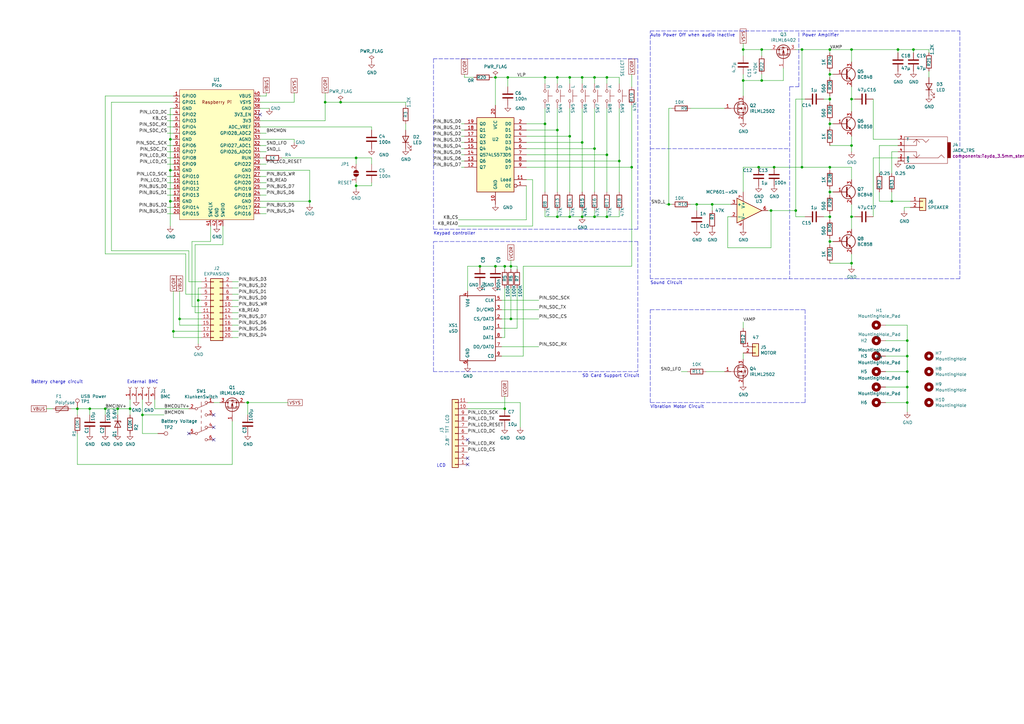
<source format=kicad_sch>
(kicad_sch (version 20211123) (generator eeschema)
  (paper "A3")
  (junction (at 69.85 82.55))
  (junction (at 31.75 167.64))
  (junction (at 328.93 68.58))
  (junction (at 238.76 88.9))
  (junction (at 248.92 31.75))
  (junction (at 48.26 167.64))
  (junction (at 340.36 99.06))
  (junction (at 372.11 146.05))
  (junction (at 71.12 135.89))
  (junction (at 326.39 86.36))
  (junction (at 349.25 59.69))
  (junction (at 203.2 31.75))
  (junction (at 209.55 130.81))
  (junction (at 146.05 64.77))
  (junction (at 81.28 123.19))
  (junction (at 223.52 50.8))
  (junction (at 53.34 167.64))
  (junction (at 304.8 20.32))
  (junction (at 254 66.04))
  (junction (at 209.55 109.22))
  (junction (at 233.68 88.9))
  (junction (at 349.25 88.9))
  (junction (at 340.36 50.8))
  (junction (at 207.01 109.22))
  (junction (at 43.18 167.64))
  (junction (at 243.84 88.9))
  (junction (at 311.15 68.58))
  (junction (at 285.75 83.82))
  (junction (at 316.23 86.36))
  (junction (at 243.84 31.75))
  (junction (at 372.11 139.7))
  (junction (at 248.92 63.5))
  (junction (at 312.42 33.02))
  (junction (at 304.8 33.02))
  (junction (at 340.36 30.48))
  (junction (at 365.76 82.55))
  (junction (at 340.36 88.9))
  (junction (at 328.93 20.32))
  (junction (at 368.3 20.32))
  (junction (at 374.65 20.32))
  (junction (at 372.11 165.1))
  (junction (at 349.25 107.95))
  (junction (at 238.76 31.75))
  (junction (at 69.85 57.15))
  (junction (at 372.11 152.4))
  (junction (at 196.85 109.22))
  (junction (at 101.6 165.1))
  (junction (at 133.35 41.91))
  (junction (at 233.68 31.75))
  (junction (at 248.92 88.9))
  (junction (at 233.68 55.88))
  (junction (at 228.6 53.34))
  (junction (at 223.52 31.75))
  (junction (at 340.36 40.64))
  (junction (at 259.08 68.58))
  (junction (at 372.11 158.75))
  (junction (at 36.83 167.64))
  (junction (at 146.05 76.2))
  (junction (at 317.5 68.58))
  (junction (at 127 82.55))
  (junction (at 139.7 41.91))
  (junction (at 274.32 83.82))
  (junction (at 228.6 88.9))
  (junction (at 58.42 170.18))
  (junction (at 73.66 130.81))
  (junction (at 228.6 31.75))
  (junction (at 340.36 20.32))
  (junction (at 243.84 60.96))
  (junction (at 340.36 78.74))
  (junction (at 340.36 68.58))
  (junction (at 207.01 167.64))
  (junction (at 238.76 58.42))
  (junction (at 349.25 20.32))
  (junction (at 69.85 69.85))
  (junction (at 292.1 83.82))
  (junction (at 203.2 109.22))
  (junction (at 208.28 31.75))
  (junction (at 349.25 40.64))
  (junction (at 312.42 20.32))
  (no_connect (at 106.68 46.99))
  (no_connect (at 191.77 190.5))
  (no_connect (at 87.63 175.26))
  (no_connect (at 87.63 180.34))
  (no_connect (at 77.47 177.8))
  (no_connect (at 87.63 170.18))
  (no_connect (at 191.77 180.34))
  (no_connect (at 191.77 187.96))
  (wire (pts (xy 349.25 93.98) (xy 349.25 88.9)))
  (wire (pts (xy 372.11 158.75) (xy 372.11 165.1)))
  (wire (pts (xy 328.93 68.58) (xy 340.36 68.58)))
  (wire (pts (xy 191.77 109.22) (xy 196.85 109.22)))
  (wire (pts (xy 292.1 86.36) (xy 292.1 83.82)))
  (wire (pts (xy 243.84 88.9) (xy 248.92 88.9)))
  (wire (pts (xy 372.11 152.4) (xy 372.11 158.75)))
  (wire (pts (xy 215.9 55.88) (xy 233.68 55.88)))
  (wire (pts (xy 248.92 31.75) (xy 243.84 31.75)))
  (wire (pts (xy 238.76 86.36) (xy 238.76 88.9)))
  (wire (pts (xy 71.12 135.89) (xy 71.12 138.43)))
  (wire (pts (xy 233.68 86.36) (xy 233.68 88.9)))
  (wire (pts (xy 194.31 31.75) (xy 190.5 31.75)))
  (wire (pts (xy 350.52 40.64) (xy 349.25 40.64)))
  (wire (pts (xy 68.58 49.53) (xy 71.12 49.53)))
  (polyline (pts (xy 330.2 165.1) (xy 266.7 165.1)))
  (wire (pts (xy 283.21 44.45) (xy 297.18 44.45)))
  (wire (pts (xy 71.12 57.15) (xy 69.85 57.15)))
  (wire (pts (xy 238.76 44.45) (xy 238.76 58.42)))
  (wire (pts (xy 340.36 39.37) (xy 340.36 40.64)))
  (polyline (pts (xy 393.7 12.7) (xy 393.7 114.3)))
  (wire (pts (xy 233.68 88.9) (xy 238.76 88.9)))
  (wire (pts (xy 106.68 69.85) (xy 127 69.85)))
  (polyline (pts (xy 177.8 152.4) (xy 177.8 99.06)))
  (wire (pts (xy 363.22 133.35) (xy 372.11 133.35)))
  (wire (pts (xy 304.8 144.78) (xy 304.8 147.32)))
  (wire (pts (xy 69.85 82.55) (xy 71.12 82.55)))
  (wire (pts (xy 213.36 165.1) (xy 213.36 175.26)))
  (wire (pts (xy 127 82.55) (xy 127 83.82)))
  (wire (pts (xy 215.9 53.34) (xy 228.6 53.34)))
  (wire (pts (xy 254 78.74) (xy 254 66.04)))
  (polyline (pts (xy 323.85 35.56) (xy 327.66 35.56)))
  (wire (pts (xy 81.28 118.11) (xy 82.55 118.11)))
  (wire (pts (xy 106.68 82.55) (xy 127 82.55)))
  (wire (pts (xy 238.76 34.29) (xy 238.76 31.75)))
  (wire (pts (xy 95.25 135.89) (xy 97.79 135.89)))
  (wire (pts (xy 233.68 55.88) (xy 233.68 78.74)))
  (wire (pts (xy 97.79 120.65) (xy 95.25 120.65)))
  (polyline (pts (xy 261.62 24.13) (xy 261.62 93.98)))
  (wire (pts (xy 215.9 60.96) (xy 243.84 60.96)))
  (wire (pts (xy 328.93 20.32) (xy 328.93 68.58)))
  (wire (pts (xy 53.34 163.83) (xy 53.34 167.64)))
  (wire (pts (xy 363.22 158.75) (xy 372.11 158.75)))
  (wire (pts (xy 97.79 125.73) (xy 95.25 125.73)))
  (wire (pts (xy 109.22 62.23) (xy 106.68 62.23)))
  (wire (pts (xy 196.85 109.22) (xy 203.2 109.22)))
  (wire (pts (xy 349.25 45.72) (xy 349.25 40.64)))
  (wire (pts (xy 189.23 60.96) (xy 190.5 60.96)))
  (wire (pts (xy 139.7 41.91) (xy 166.37 41.91)))
  (wire (pts (xy 274.32 83.82) (xy 275.59 83.82)))
  (wire (pts (xy 71.12 41.91) (xy 45.72 41.91)))
  (wire (pts (xy 360.68 82.55) (xy 365.76 82.55)))
  (wire (pts (xy 106.68 52.07) (xy 152.4 52.07)))
  (wire (pts (xy 215.9 63.5) (xy 248.92 63.5)))
  (wire (pts (xy 363.22 152.4) (xy 372.11 152.4)))
  (wire (pts (xy 337.82 40.64) (xy 340.36 40.64)))
  (wire (pts (xy 205.74 127) (xy 220.98 127)))
  (wire (pts (xy 254 34.29) (xy 254 31.75)))
  (wire (pts (xy 374.65 20.32) (xy 381 20.32)))
  (polyline (pts (xy 323.85 35.56) (xy 323.85 114.3)))
  (wire (pts (xy 43.18 167.64) (xy 36.83 167.64)))
  (wire (pts (xy 304.8 33.02) (xy 312.42 33.02)))
  (wire (pts (xy 304.8 20.32) (xy 304.8 22.86)))
  (polyline (pts (xy 266.7 127) (xy 330.2 127)))
  (wire (pts (xy 133.35 41.91) (xy 133.35 38.1)))
  (wire (pts (xy 205.74 142.24) (xy 220.98 142.24)))
  (wire (pts (xy 228.6 44.45) (xy 228.6 53.34)))
  (wire (pts (xy 243.84 86.36) (xy 243.84 88.9)))
  (wire (pts (xy 95.25 133.35) (xy 97.79 133.35)))
  (wire (pts (xy 109.22 59.69) (xy 106.68 59.69)))
  (wire (pts (xy 223.52 86.36) (xy 223.52 88.9)))
  (wire (pts (xy 209.55 109.22) (xy 212.09 109.22)))
  (wire (pts (xy 281.94 152.4) (xy 279.4 152.4)))
  (wire (pts (xy 187.96 92.71) (xy 218.44 92.71)))
  (wire (pts (xy 71.12 39.37) (xy 43.18 39.37)))
  (wire (pts (xy 189.23 68.58) (xy 190.5 68.58)))
  (wire (pts (xy 381 21.59) (xy 381 20.32)))
  (wire (pts (xy 243.84 60.96) (xy 243.84 78.74)))
  (wire (pts (xy 218.44 73.66) (xy 215.9 73.66)))
  (wire (pts (xy 326.39 40.64) (xy 330.2 40.64)))
  (wire (pts (xy 166.37 41.91) (xy 166.37 43.18)))
  (wire (pts (xy 209.55 110.49) (xy 209.55 109.22)))
  (wire (pts (xy 289.56 152.4) (xy 297.18 152.4)))
  (wire (pts (xy 127 69.85) (xy 127 82.55)))
  (wire (pts (xy 363.22 139.7) (xy 372.11 139.7)))
  (wire (pts (xy 187.96 90.17) (xy 215.9 90.17)))
  (wire (pts (xy 64.77 177.8) (xy 58.42 177.8)))
  (wire (pts (xy 292.1 83.82) (xy 299.72 83.82)))
  (wire (pts (xy 68.58 87.63) (xy 71.12 87.63)))
  (wire (pts (xy 101.6 165.1) (xy 118.11 165.1)))
  (wire (pts (xy 316.23 86.36) (xy 326.39 86.36)))
  (wire (pts (xy 212.09 118.11) (xy 212.09 134.62)))
  (wire (pts (xy 45.72 102.87) (xy 77.47 102.87)))
  (wire (pts (xy 228.6 86.36) (xy 228.6 88.9)))
  (wire (pts (xy 372.11 146.05) (xy 372.11 152.4)))
  (wire (pts (xy 358.14 88.9) (xy 358.14 64.77)))
  (wire (pts (xy 68.58 74.93) (xy 71.12 74.93)))
  (wire (pts (xy 340.36 69.85) (xy 340.36 68.58)))
  (wire (pts (xy 349.25 88.9) (xy 349.25 83.82)))
  (wire (pts (xy 368.3 62.23) (xy 365.76 62.23)))
  (wire (pts (xy 349.25 59.69) (xy 349.25 62.23)))
  (wire (pts (xy 106.68 39.37) (xy 109.22 39.37)))
  (wire (pts (xy 254 31.75) (xy 248.92 31.75)))
  (wire (pts (xy 340.36 21.59) (xy 340.36 20.32)))
  (wire (pts (xy 73.66 130.81) (xy 82.55 130.81)))
  (wire (pts (xy 109.22 39.37) (xy 109.22 38.1)))
  (wire (pts (xy 68.58 77.47) (xy 71.12 77.47)))
  (wire (pts (xy 78.74 99.06) (xy 78.74 125.73)))
  (wire (pts (xy 189.23 63.5) (xy 190.5 63.5)))
  (wire (pts (xy 215.9 66.04) (xy 254 66.04)))
  (wire (pts (xy 341.63 99.06) (xy 340.36 99.06)))
  (wire (pts (xy 68.58 54.61) (xy 71.12 54.61)))
  (polyline (pts (xy 266.7 12.7) (xy 393.7 12.7)))
  (wire (pts (xy 316.23 86.36) (xy 314.96 86.36)))
  (wire (pts (xy 191.77 119.38) (xy 191.77 109.22)))
  (wire (pts (xy 80.01 128.27) (xy 82.55 128.27)))
  (wire (pts (xy 215.9 50.8) (xy 223.52 50.8)))
  (wire (pts (xy 358.14 64.77) (xy 368.3 64.77)))
  (wire (pts (xy 228.6 88.9) (xy 233.68 88.9)))
  (wire (pts (xy 120.65 41.91) (xy 120.65 38.1)))
  (polyline (pts (xy 266.7 165.1) (xy 266.7 127)))
  (wire (pts (xy 233.68 34.29) (xy 233.68 31.75)))
  (wire (pts (xy 152.4 52.07) (xy 152.4 53.34)))
  (wire (pts (xy 330.2 88.9) (xy 326.39 88.9)))
  (wire (pts (xy 341.63 78.74) (xy 340.36 78.74)))
  (wire (pts (xy 106.68 64.77) (xy 107.95 64.77)))
  (wire (pts (xy 363.22 165.1) (xy 372.11 165.1)))
  (wire (pts (xy 58.42 170.18) (xy 67.31 170.18)))
  (wire (pts (xy 238.76 88.9) (xy 243.84 88.9)))
  (wire (pts (xy 76.2 104.14) (xy 76.2 120.65)))
  (wire (pts (xy 76.2 120.65) (xy 82.55 120.65)))
  (wire (pts (xy 115.57 64.77) (xy 146.05 64.77)))
  (wire (pts (xy 321.31 33.02) (xy 321.31 27.94)))
  (wire (pts (xy 190.5 31.75) (xy 190.5 30.48)))
  (wire (pts (xy 146.05 77.47) (xy 146.05 76.2)))
  (polyline (pts (xy 177.8 24.13) (xy 177.8 93.98)))
  (wire (pts (xy 207.01 167.64) (xy 191.77 167.64)))
  (wire (pts (xy 69.85 57.15) (xy 69.85 69.85)))
  (wire (pts (xy 370.84 85.09) (xy 373.38 85.09)))
  (wire (pts (xy 372.11 139.7) (xy 372.11 146.05)))
  (wire (pts (xy 365.76 62.23) (xy 365.76 71.12)))
  (wire (pts (xy 254 86.36) (xy 254 88.9)))
  (wire (pts (xy 109.22 67.31) (xy 106.68 67.31)))
  (wire (pts (xy 349.25 20.32) (xy 368.3 20.32)))
  (wire (pts (xy 228.6 34.29) (xy 228.6 31.75)))
  (wire (pts (xy 146.05 64.77) (xy 152.4 64.77)))
  (wire (pts (xy 349.25 68.58) (xy 349.25 73.66)))
  (wire (pts (xy 340.36 30.48) (xy 340.36 29.21)))
  (polyline (pts (xy 266.7 114.3) (xy 266.7 12.7)))
  (wire (pts (xy 238.76 58.42) (xy 238.76 78.74)))
  (wire (pts (xy 58.42 177.8) (xy 58.42 170.18)))
  (wire (pts (xy 71.12 69.85) (xy 69.85 69.85)))
  (wire (pts (xy 254 66.04) (xy 254 44.45)))
  (wire (pts (xy 189.23 55.88) (xy 190.5 55.88)))
  (wire (pts (xy 238.76 31.75) (xy 233.68 31.75)))
  (wire (pts (xy 80.01 100.33) (xy 80.01 128.27)))
  (wire (pts (xy 86.36 99.06) (xy 78.74 99.06)))
  (wire (pts (xy 218.44 92.71) (xy 218.44 73.66)))
  (wire (pts (xy 36.83 170.18) (xy 36.83 167.64)))
  (wire (pts (xy 207.01 162.56) (xy 207.01 167.64)))
  (wire (pts (xy 106.68 44.45) (xy 110.49 44.45)))
  (wire (pts (xy 191.77 165.1) (xy 213.36 165.1)))
  (wire (pts (xy 372.11 168.91) (xy 372.11 165.1)))
  (wire (pts (xy 274.32 44.45) (xy 275.59 44.45)))
  (wire (pts (xy 48.26 170.18) (xy 48.26 167.64)))
  (wire (pts (xy 207.01 138.43) (xy 205.74 138.43)))
  (wire (pts (xy 69.85 69.85) (xy 69.85 82.55)))
  (wire (pts (xy 340.36 107.95) (xy 349.25 107.95)))
  (wire (pts (xy 68.58 64.77) (xy 71.12 64.77)))
  (wire (pts (xy 372.11 133.35) (xy 372.11 139.7)))
  (wire (pts (xy 69.85 44.45) (xy 69.85 57.15)))
  (wire (pts (xy 304.8 30.48) (xy 304.8 33.02)))
  (wire (pts (xy 208.28 31.75) (xy 223.52 31.75)))
  (wire (pts (xy 81.28 140.97) (xy 81.28 123.19)))
  (wire (pts (xy 340.36 31.75) (xy 340.36 30.48)))
  (wire (pts (xy 259.08 109.22) (xy 259.08 68.58)))
  (wire (pts (xy 304.8 17.78) (xy 304.8 20.32)))
  (wire (pts (xy 337.82 88.9) (xy 340.36 88.9)))
  (wire (pts (xy 340.36 80.01) (xy 340.36 78.74)))
  (wire (pts (xy 43.18 170.18) (xy 43.18 167.64)))
  (wire (pts (xy 205.74 130.81) (xy 209.55 130.81)))
  (wire (pts (xy 340.36 78.74) (xy 340.36 77.47)))
  (wire (pts (xy 58.42 163.83) (xy 58.42 170.18)))
  (wire (pts (xy 223.52 34.29) (xy 223.52 31.75)))
  (wire (pts (xy 340.36 20.32) (xy 349.25 20.32)))
  (wire (pts (xy 248.92 44.45) (xy 248.92 63.5)))
  (wire (pts (xy 91.44 100.33) (xy 80.01 100.33)))
  (wire (pts (xy 63.5 163.83) (xy 63.5 167.64)))
  (wire (pts (xy 374.65 21.59) (xy 374.65 20.32)))
  (wire (pts (xy 208.28 35.56) (xy 208.28 31.75)))
  (wire (pts (xy 215.9 68.58) (xy 259.08 68.58)))
  (wire (pts (xy 109.22 54.61) (xy 106.68 54.61)))
  (wire (pts (xy 317.5 68.58) (xy 311.15 68.58)))
  (wire (pts (xy 71.12 135.89) (xy 82.55 135.89)))
  (wire (pts (xy 91.44 92.71) (xy 91.44 100.33)))
  (wire (pts (xy 166.37 53.34) (xy 166.37 50.8)))
  (wire (pts (xy 146.05 64.77) (xy 146.05 67.31)))
  (wire (pts (xy 304.8 78.74) (xy 304.8 68.58)))
  (wire (pts (xy 233.68 31.75) (xy 228.6 31.75)))
  (wire (pts (xy 340.36 68.58) (xy 349.25 68.58)))
  (wire (pts (xy 365.76 78.74) (xy 365.76 82.55)))
  (wire (pts (xy 31.75 167.64) (xy 31.75 170.18)))
  (wire (pts (xy 82.55 123.19) (xy 81.28 123.19)))
  (wire (pts (xy 120.65 57.15) (xy 106.68 57.15)))
  (wire (pts (xy 350.52 88.9) (xy 349.25 88.9)))
  (wire (pts (xy 69.85 92.71) (xy 69.85 82.55)))
  (wire (pts (xy 43.18 104.14) (xy 76.2 104.14)))
  (wire (pts (xy 68.58 80.01) (xy 71.12 80.01)))
  (wire (pts (xy 146.05 76.2) (xy 152.4 76.2)))
  (wire (pts (xy 53.34 167.64) (xy 53.34 170.18)))
  (wire (pts (xy 209.55 118.11) (xy 209.55 130.81)))
  (wire (pts (xy 326.39 40.64) (xy 326.39 86.36)))
  (wire (pts (xy 328.93 20.32) (xy 340.36 20.32)))
  (wire (pts (xy 209.55 130.81) (xy 220.98 130.81)))
  (wire (pts (xy 95.25 138.43) (xy 97.79 138.43)))
  (wire (pts (xy 106.68 72.39) (xy 109.22 72.39)))
  (polyline (pts (xy 266.7 60.96) (xy 323.85 60.96)))
  (polyline (pts (xy 261.62 24.13) (xy 177.8 24.13)))
  (wire (pts (xy 273.05 83.82) (xy 274.32 83.82)))
  (wire (pts (xy 233.68 44.45) (xy 233.68 55.88)))
  (wire (pts (xy 360.68 82.55) (xy 360.68 78.74)))
  (wire (pts (xy 312.42 22.86) (xy 312.42 20.32)))
  (wire (pts (xy 285.75 83.82) (xy 283.21 83.82)))
  (wire (pts (xy 349.25 59.69) (xy 349.25 55.88)))
  (wire (pts (xy 77.47 102.87) (xy 77.47 115.57)))
  (wire (pts (xy 340.36 40.64) (xy 340.36 41.91)))
  (wire (pts (xy 298.45 88.9) (xy 298.45 101.6)))
  (wire (pts (xy 97.79 128.27) (xy 95.25 128.27)))
  (wire (pts (xy 207.01 118.11) (xy 207.01 138.43)))
  (wire (pts (xy 68.58 46.99) (xy 71.12 46.99)))
  (wire (pts (xy 349.25 109.22) (xy 349.25 107.95)))
  (wire (pts (xy 29.21 167.64) (xy 31.75 167.64)))
  (wire (pts (xy 223.52 50.8) (xy 223.52 78.74)))
  (wire (pts (xy 304.8 33.02) (xy 304.8 39.37)))
  (wire (pts (xy 36.83 167.64) (xy 31.75 167.64)))
  (wire (pts (xy 109.22 87.63) (xy 106.68 87.63)))
  (wire (pts (xy 100.33 165.1) (xy 101.6 165.1)))
  (polyline (pts (xy 177.8 99.06) (xy 261.62 99.06)))
  (wire (pts (xy 215.9 58.42) (xy 238.76 58.42)))
  (wire (pts (xy 78.74 125.73) (xy 82.55 125.73)))
  (wire (pts (xy 274.32 83.82) (xy 274.32 44.45)))
  (wire (pts (xy 31.75 190.5) (xy 95.25 190.5)))
  (wire (pts (xy 340.36 49.53) (xy 340.36 50.8)))
  (wire (pts (xy 201.93 31.75) (xy 203.2 31.75)))
  (wire (pts (xy 205.74 123.19) (xy 220.98 123.19)))
  (wire (pts (xy 73.66 133.35) (xy 82.55 133.35)))
  (polyline (pts (xy 327.66 35.56) (xy 327.66 12.7)))
  (wire (pts (xy 312.42 30.48) (xy 312.42 33.02)))
  (wire (pts (xy 340.36 88.9) (xy 340.36 90.17)))
  (wire (pts (xy 77.47 115.57) (xy 82.55 115.57)))
  (wire (pts (xy 248.92 63.5) (xy 248.92 78.74)))
  (wire (pts (xy 285.75 83.82) (xy 292.1 83.82)))
  (polyline (pts (xy 330.2 127) (xy 330.2 165.1)))
  (wire (pts (xy 207.01 110.49) (xy 207.01 109.22)))
  (wire (pts (xy 68.58 85.09) (xy 71.12 85.09)))
  (wire (pts (xy 208.28 31.75) (xy 203.2 31.75)))
  (wire (pts (xy 31.75 177.8) (xy 31.75 190.5)))
  (wire (pts (xy 214.63 109.22) (xy 259.08 109.22)))
  (wire (pts (xy 368.3 21.59) (xy 368.3 20.32)))
  (wire (pts (xy 248.92 88.9) (xy 254 88.9)))
  (wire (pts (xy 215.9 90.17) (xy 215.9 76.2)))
  (wire (pts (xy 316.23 20.32) (xy 312.42 20.32)))
  (wire (pts (xy 316.23 86.36) (xy 316.23 101.6)))
  (wire (pts (xy 45.72 41.91) (xy 45.72 102.87)))
  (wire (pts (xy 368.3 57.15) (xy 358.14 57.15)))
  (wire (pts (xy 43.18 39.37) (xy 43.18 104.14)))
  (wire (pts (xy 106.68 41.91) (xy 120.65 41.91)))
  (wire (pts (xy 341.63 30.48) (xy 340.36 30.48)))
  (wire (pts (xy 207.01 109.22) (xy 209.55 109.22)))
  (wire (pts (xy 81.28 123.19) (xy 81.28 118.11)))
  (wire (pts (xy 146.05 74.93) (xy 146.05 76.2)))
  (wire (pts (xy 97.79 123.19) (xy 95.25 123.19)))
  (wire (pts (xy 73.66 130.81) (xy 73.66 133.35)))
  (wire (pts (xy 298.45 101.6) (xy 316.23 101.6)))
  (wire (pts (xy 368.3 20.32) (xy 374.65 20.32)))
  (wire (pts (xy 340.36 87.63) (xy 340.36 88.9)))
  (wire (pts (xy 349.25 40.64) (xy 349.25 35.56)))
  (wire (pts (xy 223.52 88.9) (xy 228.6 88.9)))
  (wire (pts (xy 189.23 50.8) (xy 190.5 50.8)))
  (wire (pts (xy 71.12 44.45) (xy 69.85 44.45)))
  (wire (pts (xy 341.63 50.8) (xy 340.36 50.8)))
  (wire (pts (xy 189.23 58.42) (xy 190.5 58.42)))
  (wire (pts (xy 212.09 110.49) (xy 212.09 109.22)))
  (wire (pts (xy 68.58 62.23) (xy 71.12 62.23)))
  (wire (pts (xy 189.23 53.34) (xy 190.5 53.34)))
  (wire (pts (xy 349.25 107.95) (xy 349.25 104.14)))
  (wire (pts (xy 228.6 53.34) (xy 228.6 78.74)))
  (polyline (pts (xy 261.62 152.4) (xy 177.8 152.4)))
  (wire (pts (xy 133.35 49.53) (xy 133.35 41.91)))
  (wire (pts (xy 304.8 132.08) (xy 304.8 134.62)))
  (wire (pts (xy 248.92 86.36) (xy 248.92 88.9)))
  (wire (pts (xy 243.84 34.29) (xy 243.84 31.75)))
  (wire (pts (xy 360.68 59.69) (xy 360.68 71.12)))
  (wire (pts (xy 363.22 146.05) (xy 372.11 146.05)))
  (wire (pts (xy 106.68 85.09) (xy 109.22 85.09)))
  (wire (pts (xy 68.58 72.39) (xy 71.12 72.39)))
  (wire (pts (xy 259.08 68.58) (xy 259.08 43.18)))
  (wire (pts (xy 106.68 49.53) (xy 133.35 49.53)))
  (wire (pts (xy 312.42 20.32) (xy 304.8 20.32)))
  (wire (pts (xy 212.09 134.62) (xy 205.74 134.62)))
  (wire (pts (xy 133.35 41.91) (xy 139.7 41.91)))
  (wire (pts (xy 360.68 59.69) (xy 368.3 59.69)))
  (wire (pts (xy 214.63 109.22) (xy 214.63 146.05)))
  (wire (pts (xy 48.26 167.64) (xy 43.18 167.64)))
  (wire (pts (xy 101.6 165.1) (xy 101.6 170.18)))
  (wire (pts (xy 106.68 80.01) (xy 109.22 80.01)))
  (wire (pts (xy 312.42 33.02) (xy 321.31 33.02)))
  (wire (pts (xy 326.39 20.32) (xy 328.93 20.32)))
  (wire (pts (xy 106.68 77.47) (xy 109.22 77.47)))
  (wire (pts (xy 71.12 119.38) (xy 71.12 135.89)))
  (wire (pts (xy 205.74 146.05) (xy 214.63 146.05)))
  (wire (pts (xy 68.58 52.07) (xy 71.12 52.07)))
  (wire (pts (xy 68.58 59.69) (xy 71.12 59.69)))
  (wire (pts (xy 340.36 99.06) (xy 340.36 100.33)))
  (wire (pts (xy 259.08 30.48) (xy 259.08 35.56)))
  (wire (pts (xy 19.05 167.64) (xy 21.59 167.64)))
  (wire (pts (xy 365.76 82.55) (xy 373.38 82.55)))
  (wire (pts (xy 340.36 59.69) (xy 349.25 59.69)))
  (wire (pts (xy 381 31.75) (xy 381 29.21)))
  (wire (pts (xy 95.25 190.5) (xy 95.25 172.72)))
  (wire (pts (xy 152.4 64.77) (xy 152.4 67.31)))
  (wire (pts (xy 340.36 50.8) (xy 340.36 52.07)))
  (wire (pts (xy 358.14 57.15) (xy 358.14 40.64)))
  (polyline (pts (xy 261.62 99.06) (xy 261.62 152.4)))
  (wire (pts (xy 63.5 167.64) (xy 77.47 167.64)))
  (wire (pts (xy 285.75 86.36) (xy 285.75 83.82)))
  (wire (pts (xy 209.55 106.68) (xy 209.55 109.22)))
  (wire (pts (xy 326.39 88.9) (xy 326.39 86.36)))
  (wire (pts (xy 340.36 97.79) (xy 340.36 99.06)))
  (wire (pts (xy 248.92 34.29) (xy 248.92 31.75)))
  (polyline (pts (xy 393.7 114.3) (xy 266.7 114.3)))
  (wire (pts (xy 120.65 58.42) (xy 120.65 57.15)))
  (wire (pts (xy 228.6 31.75) (xy 223.52 31.75)))
  (wire (pts (xy 189.23 66.04) (xy 190.5 66.04)))
  (wire (pts (xy 71.12 138.43) (xy 82.55 138.43)))
  (wire (pts (xy 95.25 130.81) (xy 97.79 130.81)))
  (wire (pts (xy 370.84 86.36) (xy 370.84 85.09)))
  (wire (pts (xy 68.58 67.31) (xy 71.12 67.31)))
  (wire (pts (xy 106.68 74.93) (xy 109.22 74.93)))
  (wire (pts (xy 97.79 118.11) (xy 95.25 118.11)))
  (wire (pts (xy 243.84 44.45) (xy 243.84 60.96)))
  (wire (pts (xy 87.63 165.1) (xy 90.17 165.1)))
  (wire (pts (xy 243.84 31.75) (xy 238.76 31.75)))
  (polyline (pts (xy 177.8 93.98) (xy 261.62 93.98)))
  (wire (pts (xy 97.79 115.57) (xy 95.25 115.57)))
  (wire (pts (xy 349.25 20.32) (xy 349.25 25.4)))
  (wire (pts (xy 317.5 68.58) (xy 328.93 68.58)))
  (wire (pts (xy 223.52 44.45) (xy 223.52 50.8)))
  (wire (pts (xy 203.2 109.22) (xy 207.01 109.22)))
  (wire (pts (xy 298.45 88.9) (xy 299.72 88.9)))
  (wire (pts (xy 86.36 92.71) (xy 86.36 99.06)))
  (wire (pts (xy 152.4 76.2) (xy 152.4 74.93)))
  (wire (pts (xy 311.15 68.58) (xy 304.8 68.58)))
  (wire (pts (xy 48.26 167.64) (xy 53.34 167.64)))
  (wire (pts (xy 73.66 119.38) (xy 73.66 130.81)))
  (wire (pts (xy 203.2 43.18) (xy 203.2 31.75)))
  (text "Vibration Motor Circuit" (at 266.7 167.64 0) (effects (font (size 1.27 1.27)) (justify left bottom)))
  (text "SD Card Support Circuit" (at 238.76 154.94 0) (effects (font (size 1.27 1.27)) (justify left bottom)))
  (text "Auto Power Off when audio inactive" (at 266.7 15.24 0) (effects (font (size 1.27 1.27)) (justify left bottom)))
  (text "Sound Circuit" (at 266.7 116.84 0) (effects (font (size 1.27 1.27)) (justify left bottom)))
  (text "External BMC" (at 52.07 157.48 0) (effects (font (size 1.27 1.27)) (justify left bottom)))
  (text "Power Amplifier" (at 328.93 15.24 0) (effects (font (size 1.27 1.27)) (justify left bottom)))
  (text "Battery charge circuit" (at 12.7 157.48 0) (effects (font (size 1.27 1.27)) (justify left bottom)))
  (text "Keypad controller" (at 177.8 96.52 0) (effects (font (size 1.27 1.27)) (justify left bottom)))
  (text "LCD" (at 179.07 191.77 0) (effects (font (size 1.27 1.27)) (justify left bottom)))
  (label "PIN_BUS_D0" (at 189.23 50.8 180))
  (label "PIN_BUS_D3" (at 68.58 87.63 180))
  (label "PIN_LCD_RESET" (at 191.77 175.26 0))
  (label "PIN_SDC_CS" (at 220.98 130.81 0))
  (label "PIN_SDC_TX" (at 68.58 62.23 180))
  (label "KB_CS" (at 187.96 90.17 180))
  (label "PIN_BUS_D7" (at 97.79 130.81 0))
  (label "SND_L" (at 273.05 83.82 180))
  (label "PIN_BUS_D3" (at 189.23 58.42 180))
  (label "PIN_LCD_TX" (at 68.58 74.93 180))
  (label "PIN_SDC_SCK" (at 220.98 123.19 0))
  (label "PIN_LCD_RX" (at 68.58 64.77 180))
  (label "VAMP" (at 304.8 132.08 0))
  (label "PIN_BUS_D1" (at 97.79 120.65 0))
  (label "PIN_BUS_D7" (at 109.22 77.47 0))
  (label "PIN_BUS_D0" (at 97.79 123.19 0))
  (label "PIN_LCD_TX" (at 191.77 172.72 0))
  (label "PIN_LCD_SCK" (at 191.77 170.18 0))
  (label "PIN_BUS_D4" (at 97.79 138.43 0))
  (label "PIN_BUS_D4" (at 109.22 87.63 0))
  (label "PIN_LCD_CS" (at 191.77 185.42 0))
  (label "PIN_LCD_CS" (at 68.58 67.31 180))
  (label "PIN_LCD_RX" (at 191.77 182.88 0))
  (label "BMCOUTV+" (at 67.31 167.64 0))
  (label "KB_READ" (at 109.22 74.93 0))
  (label "PIN_BUS_D6" (at 97.79 133.35 0))
  (label "KB_READ" (at 187.96 92.71 180))
  (label "PIN_BUS_D0" (at 68.58 77.47 180))
  (label "SND_L" (at 109.22 62.23 0))
  (label "PIN_BUS_WR" (at 109.22 72.39 0))
  (label "PIN_BUS_D5" (at 97.79 135.89 0))
  (label "BMCINV+" (at 43.18 167.64 0))
  (label "PIN_BUS_D1" (at 189.23 53.34 180))
  (label "VAMP" (at 340.36 20.32 0))
  (label "KB_CS" (at 68.58 49.53 180))
  (label "PIN_BUS_D7" (at 189.23 68.58 180))
  (label "BMCMON" (at 67.31 170.18 0))
  (label "PIN_BUS_D5" (at 109.22 85.09 0))
  (label "BMCMON" (at 109.22 54.61 0))
  (label "VLP" (at 212.09 31.75 0))
  (label "PIN_SDC_CS" (at 68.58 54.61 180))
  (label "PIN_SDC_RX" (at 220.98 142.24 0))
  (label "PIN_BUS_D2" (at 189.23 55.88 180))
  (label "PIN_BUS_D1" (at 68.58 80.01 180))
  (label "PIN_BUS_D6" (at 109.22 80.01 0))
  (label "KB_READ" (at 97.79 128.27 0))
  (label "PIN_SDC_RX" (at 68.58 52.07 180))
  (label "PIN_LCD_DC" (at 191.77 177.8 0))
  (label "PIN_SDC_TX" (at 220.98 127 0))
  (label "PIN_BUS_D2" (at 68.58 85.09 180))
  (label "PIN_SDC_SCK" (at 68.58 59.69 180))
  (label "PIN_BUS_D5" (at 189.23 63.5 180))
  (label "PIN_BUS_WR" (at 97.79 125.73 0))
  (label "PIN_BUS_D2" (at 97.79 118.11 0))
  (label "SND_LFO" (at 279.4 152.4 180))
  (label "PIN_BUS_D3" (at 97.79 115.57 0))
  (label "PIN_LCD_DC" (at 68.58 46.99 180))
  (label "SND_LFO" (at 109.22 59.69 0))
  (label "PIN_LCD_RESET" (at 109.22 67.31 0))
  (label "PIN_LCD_SCK" (at 68.58 72.39 180))
  (label "PIN_BUS_D4" (at 189.23 60.96 180))
  (label "PIN_BUS_D6" (at 189.23 66.04 180))
  (global_label "VBUS" (shape passive) (at 19.05 167.64 180) (property "Intersheet References" "${INTERSHEET_REFS}" (effects hide)))
  (global_label "VCOR" (shape passive) (at 71.12 119.38 90) (property "Intersheet References" "${INTERSHEET_REFS}" (effects hide)))
  (global_label "VBUS" (shape passive) (at 109.22 38.1 90) (property "Intersheet References" "${INTERSHEET_REFS}" (effects hide)))
  (global_label "VCOR" (shape passive) (at 207.01 162.56 90) (property "Intersheet References" "${INTERSHEET_REFS}" (effects hide)))
  (global_label "VBUS" (shape passive) (at 73.66 119.38 90) (property "Intersheet References" "${INTERSHEET_REFS}" (effects hide)))
  (global_label "VSYS" (shape passive) (at 120.65 38.1 90) (property "Intersheet References" "${INTERSHEET_REFS}" (effects hide)))
  (global_label "VSYS" (shape passive) (at 118.11 165.1 0) (property "Intersheet References" "${INTERSHEET_REFS}" (effects hide)))
  (global_label "VCOR" (shape passive) (at 259.08 30.48 90) (property "Intersheet References" "${INTERSHEET_REFS}" (effects hide)))
  (global_label "VSYS" (shape passive) (at 304.8 17.78 90) (property "Intersheet References" "${INTERSHEET_REFS}" (effects hide)))
  (global_label "VCOR" (shape passive) (at 133.35 38.1 90) (property "Intersheet References" "${INTERSHEET_REFS}" (effects hide)))
  (global_label "VCOR" (shape passive) (at 209.55 106.68 90) (property "Intersheet References" "${INTERSHEET_REFS}" (effects hide)))
  (global_label "VCOR" (shape passive) (at 190.5 30.48 90) (property "Intersheet References" "${INTERSHEET_REFS}" (effects hide)))
  (symbol (lib_id "Device:D_Zener") (at 48.26 173.99 270) (unit 1)
    (property "Reference" "D1" (at 46.99 176.53 0) (effects (justify left)))
    (property "Value" "5.6V" (at 46.99 167.64 0) (effects (justify left)))
    (property "Footprint" "Diode_SMD:D_1206_3216Metric_Pad1.42x1.75mm_HandSolder" (effects hide))
  )
  (symbol (lib_id "Device:C") (at 36.83 173.99 0) (unit 1)
    (property "Reference" "C1" (at 35.56 177.8 90) (effects (justify left)))
    (property "Value" "10µ" (at 38.1 172.72 90) (effects (justify left)))
    (property "Footprint" "Capacitor_SMD:C_1210_3225Metric_Pad1.33x2.70mm_HandSolder" (effects hide))
  )
  (symbol (lib_id "Device:Polyfuse") (at 25.4 167.64 270) (unit 1)
    (property "Reference" "F1" (at 24.13 162.56 90))
    (property "Value" "Polyfuse" (at 26.67 165.1 90))
    (property "Footprint" "Fuse:Fuse_1206_3216Metric_Pad1.42x1.75mm_HandSolder" (effects hide))
  )
  (symbol (lib_id "power:GND") (at 88.9 92.71 0) (unit 1)
    (property "Reference" "#PWR09" (effects hide))
    (property "Value" "GND" (at 89.027 97.1042 0))
  )
  (symbol (lib_id "Transistor_FET:IRLML6402") (at 95.25 167.64 90) (unit 1)
    (property "Reference" "Q1" (at 95.25 158.9278 90))
    (property "Value" "IRLML6402" (at 95.25 161.2392 90))
    (property "Footprint" "Package_TO_SOT_SMD:SOT-23" (effects hide))
    (property "Datasheet" "https://www.infineon.com/dgdl/irlml6402pbf.pdf?fileId=5546d462533600a401535668d5c2263c" (effects hide))
  )
  (symbol (lib_id "Device:C") (at 208.28 39.37 0) (unit 1)
    (property "Reference" "C6" (at 211.201 38.2016 0) (effects (justify left)))
    (property "Value" "100n" (at 211.201 40.513 0) (effects (justify left)))
    (property "Footprint" "Capacitor_SMD:C_1206_3216Metric_Pad1.33x1.80mm_HandSolder" (effects hide))
  )
  (symbol (lib_id "power:GND") (at 203.2 83.82 0) (unit 1)
    (property "Reference" "#PWR021" (effects hide))
    (property "Value" "GND" (at 208.28 85.09 0))
  )
  (symbol (lib_id "power:GND") (at 43.18 177.8 0) (unit 1)
    (property "Reference" "#PWR02" (effects hide))
    (property "Value" "GND" (at 43.307 182.1942 0))
  )
  (symbol (lib_id "power:GND") (at 48.26 177.8 0) (unit 1)
    (property "Reference" "#PWR03" (effects hide))
    (property "Value" "GND" (at 48.387 182.1942 0))
  )
  (symbol (lib_id "power:GND") (at 36.83 177.8 0) (unit 1)
    (property "Reference" "#PWR01" (effects hide))
    (property "Value" "GND" (at 36.957 182.1942 0))
  )
  (symbol (lib_id "Switch:SW_Push") (at 223.52 39.37 270) (unit 1)
    (property "Reference" "SW3" (at 224.79 44.45 0))
    (property "Value" "U" (at 224.79 35.56 0))
    (property "Footprint" "Button_Switch_THT:SW_PUSH_6mm_H4.3mm" (effects hide))
  )
  (symbol (lib_id "Switch:SW_Push") (at 228.6 39.37 270) (unit 1)
    (property "Reference" "SW4" (at 229.87 44.45 0))
    (property "Value" "D" (at 229.87 35.56 0))
    (property "Footprint" "Button_Switch_THT:SW_PUSH_6mm_H4.3mm" (effects hide))
  )
  (symbol (lib_id "Switch:SW_Push") (at 233.68 39.37 270) (unit 1)
    (property "Reference" "SW5" (at 234.95 44.45 0))
    (property "Value" "L" (at 234.95 35.56 0))
    (property "Footprint" "Button_Switch_THT:SW_PUSH_6mm_H4.3mm" (effects hide))
  )
  (symbol (lib_id "Switch:SW_Push") (at 238.76 39.37 270) (unit 1)
    (property "Reference" "SW6" (at 240.03 44.45 0))
    (property "Value" "R" (at 240.03 35.56 0))
    (property "Footprint" "Button_Switch_THT:SW_PUSH_6mm_H4.3mm" (effects hide))
  )
  (symbol (lib_id "Switch:SW_Push") (at 243.84 39.37 270) (unit 1)
    (property "Reference" "SW7" (at 245.11 44.45 0))
    (property "Value" "B" (at 245.11 35.56 0))
    (property "Footprint" "Button_Switch_THT:SW_PUSH_6mm_H4.3mm" (effects hide))
  )
  (symbol (lib_id "Switch:SW_Push") (at 248.92 39.37 270) (unit 1)
    (property "Reference" "SW8" (at 250.19 44.45 0))
    (property "Value" "A" (at 250.19 35.56 0))
    (property "Footprint" "Button_Switch_THT:SW_PUSH_6mm_H4.3mm" (effects hide))
  )
  (symbol (lib_id "Connector_Generic:Conn_01x11") (at 186.69 177.8 180) (unit 1)
    (property "Reference" "J3" (at 181.1782 176.4284 90))
    (property "Value" "2.8'' TFT LCD" (at 183.4896 176.4284 90))
    (property "Footprint" "Connector_PinSocket_2.54mm:PinSocket_1x11_P2.54mm_Vertical" (effects hide))
  )
  (symbol (lib_id "Device:C") (at 43.18 173.99 180) (unit 1)
    (property "Reference" "C2" (at 41.91 176.53 90))
    (property "Value" "100n" (at 44.45 170.18 90))
    (property "Footprint" "Capacitor_SMD:C_1206_3216Metric_Pad1.33x1.80mm_HandSolder" (effects hide))
  )
  (symbol (lib_id "power:GND") (at 152.4 60.96 0) (unit 1)
    (property "Reference" "#PWR017" (effects hide))
    (property "Value" "GND" (at 157.48 63.5 0))
  )
  (symbol (lib_id "power:GND") (at 238.76 88.9 0) (unit 1)
    (property "Reference" "#PWR026" (effects hide))
    (property "Value" "GND" (at 238.887 93.2942 0))
  )
  (symbol (lib_id "power:GND") (at 120.65 58.42 0) (unit 1)
    (property "Reference" "#PWR013" (effects hide))
    (property "Value" "GND" (at 123.19 58.42 0))
  )
  (symbol (lib_id "Device:R") (at 166.37 46.99 0) (unit 1)
    (property "Reference" "R3" (at 166.37 46.99 90))
    (property "Value" "1.2K" (at 167.64 41.91 90))
    (property "Footprint" "Resistor_SMD:R_1206_3216Metric_Pad1.30x1.75mm_HandSolder" (effects hide))
  )
  (symbol (lib_id "power:GND") (at 166.37 60.96 0) (unit 1)
    (property "Reference" "#PWR015" (effects hide))
    (property "Value" "GND" (at 166.497 65.3542 0))
  )
  (symbol (lib_id "Connector:TestPoint") (at 64.77 177.8 270) (unit 1)
    (property "Reference" "TP2" (at 67.31 175.26 90) (effects (justify left)))
    (property "Value" "Battery Voltage" (at 66.04 172.72 90) (effects (justify left)))
    (property "Footprint" "TestPoint:TestPoint_Pad_D1.0mm" (effects hide))
  )
  (symbol (lib_id "Mechanical:MountingHole") (at 381 146.05 0) (unit 1)
    (property "Reference" "H7" (at 383.54 144.8816 0) (effects (justify left)))
    (property "Value" "MountingHole" (at 383.54 147.193 0) (effects (justify left)))
    (property "Footprint" "MountingHole:MountingHole_2.1mm" (effects hide))
  )
  (symbol (lib_id "Mechanical:MountingHole") (at 381 152.4 0) (unit 1)
    (property "Reference" "H8" (at 383.54 151.2316 0) (effects (justify left)))
    (property "Value" "MountingHole" (at 383.54 153.543 0) (effects (justify left)))
    (property "Footprint" "MountingHole:MountingHole_2.1mm" (effects hide))
  )
  (symbol (lib_id "Mechanical:MountingHole") (at 381 158.75 0) (unit 1)
    (property "Reference" "H9" (at 383.54 157.5816 0) (effects (justify left)))
    (property "Value" "MountingHole" (at 383.54 159.893 0) (effects (justify left)))
    (property "Footprint" "MountingHole:MountingHole_2.1mm" (effects hide))
  )
  (symbol (lib_id "Mechanical:MountingHole_Pad") (at 360.68 152.4 90) (unit 1)
    (property "Reference" "H4" (at 360.6038 146.3802 90))
    (property "Value" "MountingHole_Pad" (at 360.6038 148.6916 90))
    (property "Footprint" "MountingHole:MountingHole_2.5mm_Pad_Via" (effects hide))
  )
  (symbol (lib_id "Mechanical:MountingHole_Pad") (at 360.68 146.05 90) (unit 1)
    (property "Reference" "H3" (at 354.33 146.05 90))
    (property "Value" "MountingHole_Pad" (at 360.68 143.51 90))
    (property "Footprint" "MountingHole:MountingHole_2.5mm_Pad_Via" (effects hide))
  )
  (symbol (lib_id "Mechanical:MountingHole_Pad") (at 360.68 158.75 90) (unit 1)
    (property "Reference" "H5" (at 354.33 152.4 90))
    (property "Value" "MountingHole_Pad" (at 360.6038 155.0416 90))
    (property "Footprint" "MountingHole:MountingHole_2.5mm_Pad_Via" (effects hide))
  )
  (symbol (lib_id "Mechanical:MountingHole_Pad") (at 360.68 165.1 90) (unit 1)
    (property "Reference" "H6" (at 354.33 165.1 90))
    (property "Value" "MountingHole_Pad" (at 360.6038 161.3916 90))
    (property "Footprint" "MountingHole:MountingHole_2.5mm_Pad_Via" (effects hide))
  )
  (symbol (lib_id "Mechanical:MountingHole") (at 381 165.1 0) (unit 1)
    (property "Reference" "H10" (at 383.54 163.9316 0) (effects (justify left)))
    (property "Value" "MountingHole" (at 383.54 166.243 0) (effects (justify left)))
    (property "Footprint" "MountingHole:MountingHole_2.1mm" (effects hide))
  )
  (symbol (lib_id "power:GND") (at 372.11 168.91 0) (unit 1)
    (property "Reference" "#PWR033" (effects hide))
    (property "Value" "GND" (at 372.237 173.3042 0))
  )
  (symbol (lib_id "Mechanical:MountingHole_Pad") (at 360.68 139.7 90) (unit 1)
    (property "Reference" "H2" (at 354.33 139.7 90))
    (property "Value" "MountingHole_Pad" (at 360.68 137.16 90))
    (property "Footprint" "MountingHole:MountingHole_2.5mm_Pad_Via" (effects hide))
  )
  (symbol (lib_id "Mechanical:MountingHole_Pad") (at 360.68 133.35 90) (unit 1)
    (property "Reference" "H1" (at 360.6038 127.3302 90))
    (property "Value" "MountingHole_Pad" (at 360.6038 129.6416 90))
    (property "Footprint" "MountingHole:MountingHole_2.5mm_Pad_Via" (effects hide))
  )
  (symbol (lib_id "Device:R") (at 198.12 31.75 270) (unit 1)
    (property "Reference" "R20" (at 195.58 31.75 90) (effects (justify left)))
    (property "Value" "0R" (at 191.77 33.02 90) (effects (justify left)))
    (property "Footprint" "Resistor_SMD:R_1206_3216Metric_Pad1.30x1.75mm_HandSolder" (effects hide))
  )
  (symbol (lib_id "audio:JACK_TRS") (at 378.46 60.96 180) (unit 1)
    (property "Reference" "J4" (at 390.6012 59.3852 0) (effects (justify right)))
    (property "Value" "JACK_TRS" (at 390.6012 61.6966 0) (effects (justify right)))
    (property "Footprint" "components:Tayda_3.5mm_stereo_TRS_jack_A-853" (at 390.6012 64.008 0) (effects (justify right)))
  )
  (symbol (lib_id "Device:R") (at 304.8 138.43 0) (unit 1)
    (property "Reference" "R12" (at 304.8 140.97 90) (effects (justify left)))
    (property "Value" "47" (at 308.61 138.43 0) (effects (justify left)))
    (property "Footprint" "Resistor_SMD:R_1206_3216Metric_Pad1.30x1.75mm_HandSolder" (effects hide))
  )
  (symbol (lib_id "Device:R") (at 285.75 152.4 270) (unit 1)
    (property "Reference" "R11" (at 285.75 152.4 90))
    (property "Value" "10K" (at 285.75 149.4536 90))
    (property "Footprint" "Resistor_SMD:R_1206_3216Metric_Pad1.30x1.75mm_HandSolder" (effects hide))
  )
  (symbol (lib_id "Connector_Generic:Conn_01x02") (at 309.88 142.24 0) (unit 1)
    (property "Reference" "J5" (at 311.912 142.4432 0) (effects (justify left)))
    (property "Value" "MOTOR" (at 311.912 144.7546 0) (effects (justify left)))
    (property "Footprint" "Connector_Wire:SolderWire-0.1sqmm_1x02_P3.6mm_D0.4mm_OD1mm" (effects hide))
  )
  (symbol (lib_id "power:GND") (at 304.8 157.48 0) (unit 1)
    (property "Reference" "#PWR029" (effects hide))
    (property "Value" "GND" (at 304.927 161.8742 0))
  )
  (symbol (lib_id "MCU_RaspberryPi_and_Boards:Pico") (at 88.9 63.5 0) (unit 1)
    (property "Reference" "U1" (at 88.9 32.639 0))
    (property "Value" "Pico" (at 88.9 34.9504 0))
    (property "Footprint" "RPi_Pico:RPi_Pico_SMD_TH" (effects hide))
  )
  (symbol (lib_id "Device:R") (at 340.36 35.56 180) (unit 1)
    (property "Reference" "R25" (at 340.36 33.02 90) (effects (justify left)))
    (property "Value" "560" (at 337.82 34.29 90) (effects (justify left)))
    (property "Footprint" "Resistor_SMD:R_1206_3216Metric_Pad1.30x1.75mm_HandSolder" (effects hide))
  )
  (symbol (lib_id "Device:R") (at 340.36 25.4 180) (unit 1)
    (property "Reference" "R24" (at 340.36 22.86 90) (effects (justify left)))
    (property "Value" "1K" (at 337.82 24.13 90) (effects (justify left)))
    (property "Footprint" "Resistor_SMD:R_1206_3216Metric_Pad1.30x1.75mm_HandSolder" (effects hide))
  )
  (symbol (lib_id "Device:R") (at 207.01 114.3 0) (unit 1)
    (property "Reference" "R5" (at 207.01 115.57 90) (effects (justify left)))
    (property "Value" "100K" (at 208.28 121.92 90) (effects (justify left)))
    (property "Footprint" "Resistor_SMD:R_1206_3216Metric_Pad1.30x1.75mm_HandSolder" (effects hide))
  )
  (symbol (lib_id "Device:R") (at 340.36 45.72 180) (unit 1)
    (property "Reference" "R26" (at 340.36 43.18 90) (effects (justify left)))
    (property "Value" "560" (at 337.82 44.45 90) (effects (justify left)))
    (property "Footprint" "Resistor_SMD:R_1206_3216Metric_Pad1.30x1.75mm_HandSolder" (effects hide))
  )
  (symbol (lib_id "Device:R") (at 340.36 55.88 180) (unit 1)
    (property "Reference" "R27" (at 340.36 53.34 90) (effects (justify left)))
    (property "Value" "1K" (at 337.82 54.61 90) (effects (justify left)))
    (property "Footprint" "Resistor_SMD:R_1206_3216Metric_Pad1.30x1.75mm_HandSolder" (effects hide))
  )
  (symbol (lib_id "Device:R") (at 209.55 114.3 0) (unit 1)
    (property "Reference" "R6" (at 209.55 115.57 90) (effects (justify left)))
    (property "Value" "100K" (at 210.82 121.92 90) (effects (justify left)))
    (property "Footprint" "Resistor_SMD:R_1206_3216Metric_Pad1.30x1.75mm_HandSolder" (effects hide))
  )
  (symbol (lib_id "Transistor_BJT:BC848") (at 346.71 30.48 0) (unit 1)
    (property "Reference" "Q5" (at 351.5614 29.3116 0) (effects (justify left)))
    (property "Value" "BC848" (at 351.5614 31.623 0) (effects (justify left)))
    (property "Footprint" "Package_TO_SOT_SMD:SOT-23" (effects hide))
    (property "Datasheet" "http://www.infineon.com/dgdl/Infineon-BC847SERIES_BC848SERIES_BC849SERIES_BC850SERIES-DS-v01_01-en.pdf?fileId=db3a304314dca389011541d4630a1657" (effects hide))
  )
  (symbol (lib_id "74xx:74LS573") (at 203.2 63.5 0) (mirror y) (unit 1)
    (property "Reference" "U2" (at 203.2 57.15 0))
    (property "Value" "74LS573" (at 203.2 63.5 0))
    (property "Footprint" "Package_SO:SOIC-20W_7.5x12.8mm_P1.27mm" (effects hide))
    (property "Datasheet" "74xx/74hc573.pdf" (effects hide))
  )
  (symbol (lib_id "Device:R") (at 212.09 114.3 0) (unit 1)
    (property "Reference" "R7" (at 212.09 115.57 90) (effects (justify left)))
    (property "Value" "100K" (at 213.36 121.92 90) (effects (justify left)))
    (property "Footprint" "Resistor_SMD:R_1206_3216Metric_Pad1.30x1.75mm_HandSolder" (effects hide))
  )
  (symbol (lib_id "Transistor_BJT:BC858") (at 346.71 50.8 0) (unit 1)
    (property "Reference" "Q6" (at 351.5614 49.6316 0) (effects (justify left)))
    (property "Value" "BC858" (at 351.5614 51.943 0) (effects (justify left)))
    (property "Footprint" "Package_TO_SOT_SMD:SOT-23" (effects hide))
    (property "Datasheet" "https://www.onsemi.com/pub/Collateral/BC860-D.pdf" (effects hide))
  )
  (symbol (lib_id "power:PWR_FLAG") (at 152.4 25.4 0) (unit 1)
    (property "Reference" "#FLG0101" (effects hide))
    (property "Value" "PWR_FLAG" (at 152.4 21.0058 0))
  )
  (symbol (lib_id "power:GND") (at 152.4 25.4 0) (unit 1)
    (property "Reference" "#PWR0103" (effects hide))
    (property "Value" "GND" (at 152.527 29.7942 0))
  )
  (symbol (lib_id "power:PWR_FLAG") (at 139.7 41.91 0) (unit 1)
    (property "Reference" "#FLG0102" (effects hide))
    (property "Value" "PWR_FLAG" (at 139.7 37.5158 0))
  )
  (symbol (lib_id "power:PWR_FLAG") (at 203.2 31.75 0) (unit 1)
    (property "Reference" "#FLG0103" (effects hide))
    (property "Value" "PWR_FLAG" (at 203.2 27.3558 0))
  )
  (symbol (lib_id "Device:R") (at 292.1 90.17 180) (unit 1)
    (property "Reference" "R?" (at 292.1 87.63 90) (effects (justify left)))
    (property "Value" "47K" (at 297.18 86.36 0) (effects (justify left)))
    (property "Footprint" "Resistor_SMD:R_1206_3216Metric_Pad1.30x1.75mm_HandSolder" (effects hide))
  )
  (symbol (lib_id "Amplifier_Operational:MCP601-xSN") (at 307.34 86.36 0) (unit 1)
    (property "Reference" "U3" (at 309.88 82.55 0) (effects (justify left)))
    (property "Value" "MCP601-xSN" (at 289.56 78.74 0) (effects (justify left)))
    (property "Footprint" "Package_SO:SOIC-8_3.9x4.9mm_P1.27mm" (effects hide))
    (property "Datasheet" "http://ww1.microchip.com/downloads/en/DeviceDoc/21314g.pdf" (effects hide))
  )
  (symbol (lib_id "power:GND") (at 127 83.82 0) (unit 1)
    (property "Reference" "#PWR014" (effects hide))
    (property "Value" "GND" (at 127 87.63 0))
  )
  (symbol (lib_id "Device:R") (at 223.52 82.55 0) (unit 1)
    (property "Reference" "R8" (at 223.52 85.09 90) (effects (justify left)))
    (property "Value" "47K" (at 224.79 88.9 90) (effects (justify left)))
    (property "Footprint" "Resistor_SMD:R_1206_3216Metric_Pad1.30x1.75mm_HandSolder" (effects hide))
  )
  (symbol (lib_id "power:GND") (at 110.49 44.45 0) (unit 1)
    (property "Reference" "#PWR012" (effects hide))
    (property "Value" "GND" (at 113.03 44.45 0))
  )
  (symbol (lib_id "power:GND") (at 69.85 92.71 0) (unit 1)
    (property "Reference" "#PWR07" (effects hide))
    (property "Value" "GND" (at 69.977 97.1042 0))
  )
  (symbol (lib_id "Device:R") (at 228.6 82.55 0) (unit 1)
    (property "Reference" "R13" (at 228.6 85.09 90) (effects (justify left)))
    (property "Value" "47K" (at 229.87 88.9 90) (effects (justify left)))
    (property "Footprint" "Resistor_SMD:R_1206_3216Metric_Pad1.30x1.75mm_HandSolder" (effects hide))
  )
  (symbol (lib_id "Device:R") (at 279.4 83.82 90) (unit 1)
    (property "Reference" "R10" (at 281.94 83.82 90) (effects (justify left)))
    (property "Value" "10K" (at 280.67 81.28 90) (effects (justify left)))
    (property "Footprint" "Resistor_SMD:R_1206_3216Metric_Pad1.30x1.75mm_HandSolder" (effects hide))
  )
  (symbol (lib_id "Device:R") (at 233.68 82.55 0) (unit 1)
    (property "Reference" "R14" (at 233.68 85.09 90) (effects (justify left)))
    (property "Value" "47K" (at 234.95 88.9 90) (effects (justify left)))
    (property "Footprint" "Resistor_SMD:R_1206_3216Metric_Pad1.30x1.75mm_HandSolder" (effects hide))
  )
  (symbol (lib_id "Device:C") (at 285.75 90.17 0) (unit 1)
    (property "Reference" "C10" (at 287.02 92.71 0) (effects (justify left)))
    (property "Value" "1n" (at 287.02 87.63 0) (effects (justify left)))
    (property "Footprint" "Capacitor_SMD:C_1206_3216Metric_Pad1.33x1.80mm_HandSolder" (effects hide))
  )
  (symbol (lib_id "Device:LED") (at 166.37 57.15 90) (unit 1)
    (property "Reference" "D2" (at 169.3672 56.1594 90) (effects (justify right)))
    (property "Value" "LED" (at 169.3672 58.4708 90) (effects (justify right)))
    (property "Footprint" "LED_SMD:LED_1206_3216Metric_Pad1.42x1.75mm_HandSolder" (effects hide))
  )
  (symbol (lib_id "power:GND") (at 292.1 93.98 0) (unit 1)
    (property "Reference" "#PWR?" (effects hide))
    (property "Value" "GND" (at 292.227 98.3742 0))
  )
  (symbol (lib_id "Device:R") (at 238.76 82.55 0) (unit 1)
    (property "Reference" "R15" (at 238.76 85.09 90) (effects (justify left)))
    (property "Value" "47K" (at 240.03 88.9 90) (effects (justify left)))
    (property "Footprint" "Resistor_SMD:R_1206_3216Metric_Pad1.30x1.75mm_HandSolder" (effects hide))
  )
  (symbol (lib_id "Device:R") (at 243.84 82.55 0) (unit 1)
    (property "Reference" "R16" (at 243.84 85.09 90) (effects (justify left)))
    (property "Value" "47K" (at 245.11 88.9 90) (effects (justify left)))
    (property "Footprint" "Resistor_SMD:R_1206_3216Metric_Pad1.30x1.75mm_HandSolder" (effects hide))
  )
  (symbol (lib_id "Device:R") (at 248.92 82.55 0) (unit 1)
    (property "Reference" "R17" (at 248.92 85.09 90) (effects (justify left)))
    (property "Value" "47K" (at 250.19 88.9 90) (effects (justify left)))
    (property "Footprint" "Resistor_SMD:R_1206_3216Metric_Pad1.30x1.75mm_HandSolder" (effects hide))
  )
  (symbol (lib_id "Device:R") (at 254 82.55 0) (unit 1)
    (property "Reference" "R18" (at 254 85.09 90) (effects (justify left)))
    (property "Value" "47K" (at 255.27 88.9 90) (effects (justify left)))
    (property "Footprint" "Resistor_SMD:R_1206_3216Metric_Pad1.30x1.75mm_HandSolder" (effects hide))
  )
  (symbol (lib_id "Device:R") (at 259.08 39.37 0) (unit 1)
    (property "Reference" "R19" (at 259.08 41.91 90) (effects (justify left)))
    (property "Value" "47K" (at 260.35 45.72 90) (effects (justify left)))
    (property "Footprint" "Resistor_SMD:R_1206_3216Metric_Pad1.30x1.75mm_HandSolder" (effects hide))
  )
  (symbol (lib_id "Device:C") (at 334.01 40.64 90) (unit 1)
    (property "Reference" "C14" (at 332.74 43.18 90) (effects (justify left)))
    (property "Value" "1µ" (at 335.28 36.83 90) (effects (justify left)))
    (property "Footprint" "Capacitor_SMD:C_1206_3216Metric_Pad1.33x1.80mm_HandSolder" (effects hide))
  )
  (symbol (lib_id "power:GND") (at 285.75 93.98 0) (unit 1)
    (property "Reference" "#PWR08" (effects hide))
    (property "Value" "GND" (at 285.877 98.3742 0))
  )
  (symbol (lib_id "power:GND") (at 304.8 93.98 0) (unit 1)
    (property "Reference" "#PWR019" (effects hide))
    (property "Value" "GND" (at 304.927 98.3742 0))
  )
  (symbol (lib_id "Device:C") (at 354.33 40.64 90) (unit 1)
    (property "Reference" "C16" (at 359.41 36.83 90) (effects (justify left)))
    (property "Value" "47µ" (at 355.6 36.83 90) (effects (justify left)))
    (property "Footprint" "Capacitor_SMD:C_1210_3225Metric_Pad1.33x2.70mm_HandSolder" (effects hide))
  )
  (symbol (lib_id "Device:R") (at 340.36 83.82 180) (unit 1)
    (property "Reference" "R29" (at 340.36 81.28 90) (effects (justify left)))
    (property "Value" "560" (at 337.82 82.55 90) (effects (justify left)))
    (property "Footprint" "Resistor_SMD:R_1206_3216Metric_Pad1.30x1.75mm_HandSolder" (effects hide))
  )
  (symbol (lib_id "Device:R") (at 340.36 73.66 180) (unit 1)
    (property "Reference" "R28" (at 340.36 71.12 90) (effects (justify left)))
    (property "Value" "1K" (at 337.82 72.39 90) (effects (justify left)))
    (property "Footprint" "Resistor_SMD:R_1206_3216Metric_Pad1.30x1.75mm_HandSolder" (effects hide))
  )
  (symbol (lib_id "Device:R") (at 340.36 93.98 180) (unit 1)
    (property "Reference" "R30" (at 340.36 91.44 90) (effects (justify left)))
    (property "Value" "560" (at 337.82 92.71 90) (effects (justify left)))
    (property "Footprint" "Resistor_SMD:R_1206_3216Metric_Pad1.30x1.75mm_HandSolder" (effects hide))
  )
  (symbol (lib_id "Device:R") (at 340.36 104.14 180) (unit 1)
    (property "Reference" "R31" (at 340.36 101.6 90) (effects (justify left)))
    (property "Value" "1K" (at 337.82 102.87 90) (effects (justify left)))
    (property "Footprint" "Resistor_SMD:R_1206_3216Metric_Pad1.30x1.75mm_HandSolder" (effects hide))
  )
  (symbol (lib_id "Transistor_BJT:BC848") (at 346.71 78.74 0) (unit 1)
    (property "Reference" "Q7" (at 351.5614 77.5716 0) (effects (justify left)))
    (property "Value" "BC848" (at 351.5614 79.883 0) (effects (justify left)))
    (property "Footprint" "Package_TO_SOT_SMD:SOT-23" (effects hide))
    (property "Datasheet" "http://www.infineon.com/dgdl/Infineon-BC847SERIES_BC848SERIES_BC849SERIES_BC850SERIES-DS-v01_01-en.pdf?fileId=db3a304314dca389011541d4630a1657" (effects hide))
  )
  (symbol (lib_id "Transistor_BJT:BC858") (at 346.71 99.06 0) (unit 1)
    (property "Reference" "Q8" (at 351.5614 97.8916 0) (effects (justify left)))
    (property "Value" "BC858" (at 351.5614 100.203 0) (effects (justify left)))
    (property "Footprint" "Package_TO_SOT_SMD:SOT-23" (effects hide))
    (property "Datasheet" "https://www.onsemi.com/pub/Collateral/BC860-D.pdf" (effects hide))
  )
  (symbol (lib_id "Device:C") (at 334.01 88.9 90) (unit 1)
    (property "Reference" "C15" (at 332.74 91.44 90) (effects (justify left)))
    (property "Value" "1µ" (at 335.28 85.09 90) (effects (justify left)))
    (property "Footprint" "Capacitor_SMD:C_1206_3216Metric_Pad1.33x1.80mm_HandSolder" (effects hide))
  )
  (symbol (lib_id "Device:C") (at 354.33 88.9 90) (unit 1)
    (property "Reference" "C17" (at 359.41 85.09 90) (effects (justify left)))
    (property "Value" "47µ" (at 355.6 85.09 90) (effects (justify left)))
    (property "Footprint" "Capacitor_SMD:C_1210_3225Metric_Pad1.33x2.70mm_HandSolder" (effects hide))
  )
  (symbol (lib_id "Switch:SW_Push_DPDT") (at 82.55 172.72 0) (unit 1)
    (property "Reference" "SW1" (at 82.55 160.401 0))
    (property "Value" "KlunkenSwitch" (at 82.55 162.7124 0))
    (property "Footprint" "Button_Switch_THT:SW_CuK_JS202011CQN_DPDT_Straight" (effects hide))
  )
  (symbol (lib_id "Device:C") (at 311.15 72.39 180) (unit 1)
    (property "Reference" "C12" (at 308.61 69.85 0) (effects (justify left)))
    (property "Value" "1µ" (at 314.96 74.93 0) (effects (justify left)))
    (property "Footprint" "Capacitor_SMD:C_1206_3216Metric_Pad1.33x1.80mm_HandSolder" (effects hide))
  )
  (symbol (lib_id "Device:C") (at 317.5 72.39 180) (unit 1)
    (property "Reference" "C13" (at 314.96 69.85 0) (effects (justify left)))
    (property "Value" "100n" (at 322.58 74.93 0) (effects (justify left)))
    (property "Footprint" "Capacitor_SMD:C_1206_3216Metric_Pad1.33x1.80mm_HandSolder" (effects hide))
  )
  (symbol (lib_id "Device:C") (at 207.01 171.45 0) (unit 1)
    (property "Reference" "C7" (at 208.28 168.91 0) (effects (justify left)))
    (property "Value" "10µ" (at 208.28 173.99 0) (effects (justify left)))
    (property "Footprint" "Capacitor_SMD:C_1210_3225Metric_Pad1.33x2.70mm_HandSolder" (effects hide))
  )
  (symbol (lib_id "power:GND") (at 207.01 175.26 0) (unit 1)
    (property "Reference" "#PWR022" (effects hide))
    (property "Value" "GND" (at 207.137 179.6542 0))
  )
  (symbol (lib_id "Device:R") (at 31.75 173.99 0) (unit 1)
    (property "Reference" "R1" (at 30.48 177.8 90))
    (property "Value" "10K" (at 31.75 173.99 90))
    (property "Footprint" "Resistor_SMD:R_1206_3216Metric_Pad1.30x1.75mm_HandSolder" (effects hide))
  )
  (symbol (lib_id "power:GND") (at 146.05 77.47 0) (unit 1)
    (property "Reference" "#PWR016" (effects hide))
    (property "Value" "GND" (at 146.05 81.28 0))
  )
  (symbol (lib_id "power:GND") (at 213.36 175.26 0) (unit 1)
    (property "Reference" "#PWR023" (effects hide))
    (property "Value" "GND" (at 213.487 179.6542 0))
  )
  (symbol (lib_id "uSD_push-push_ebay:SD_ebay-uSD-push_push_SMD") (at 195.58 134.62 0) (unit 1)
    (property "Reference" "XS1" (at 187.833 133.4516 0) (effects (justify right)))
    (property "Value" "uSD" (at 187.833 135.763 0) (effects (justify right)))
    (property "Footprint" "components:Conn_uSDcard" (effects hide))
    (property "Datasheet" "_" (effects hide))
    (property "Manf#" "_" (effects hide))
    (property "Manf" "ebay" (effects hide))
  )
  (symbol (lib_id "power:GND") (at 311.15 76.2 0) (unit 1)
    (property "Reference" "#PWR020" (effects hide))
    (property "Value" "GND" (at 311.277 80.5942 0))
  )
  (symbol (lib_id "power:GND") (at 317.5 76.2 0) (unit 1)
    (property "Reference" "#PWR028" (effects hide))
    (property "Value" "GND" (at 317.627 80.5942 0))
  )
  (symbol (lib_id "power:GND") (at 368.3 66.04 0) (unit 1)
    (property "Reference" "#PWR034" (effects hide))
    (property "Value" "GND" (at 373.38 68.58 0))
  )
  (symbol (lib_id "Device:R") (at 360.68 74.93 0) (unit 1)
    (property "Reference" "R32" (at 360.68 77.47 90) (effects (justify left)))
    (property "Value" "0.25" (at 360.68 71.12 0) (effects (justify left)))
    (property "Footprint" "Resistor_SMD:R_1206_3216Metric_Pad1.30x1.75mm_HandSolder" (effects hide))
  )
  (symbol (lib_id "Device:R") (at 365.76 74.93 0) (unit 1)
    (property "Reference" "R33" (at 365.76 77.47 90) (effects (justify left)))
    (property "Value" "0.25" (at 367.03 71.12 0) (effects (justify left)))
    (property "Footprint" "Resistor_SMD:R_1206_3216Metric_Pad1.30x1.75mm_HandSolder" (effects hide))
  )
  (symbol (lib_id "Connector_Generic:Conn_02x10_Odd_Even") (at 87.63 125.73 0) (unit 1)
    (property "Reference" "J2" (at 88.9 110.0582 0))
    (property "Value" "EXPANSION" (at 88.9 112.3696 0))
    (property "Footprint" "Connector_PinHeader_2.54mm:PinHeader_2x10_P2.54mm_Horizontal" (effects hide))
  )
  (symbol (lib_id "power:GND") (at 349.25 62.23 0) (unit 1)
    (property "Reference" "#PWR030" (effects hide))
    (property "Value" "GND" (at 349.377 66.6242 0))
  )
  (symbol (lib_id "power:GND") (at 349.25 109.22 0) (unit 1)
    (property "Reference" "#PWR031" (effects hide))
    (property "Value" "GND" (at 349.377 113.6142 0))
  )
  (symbol (lib_id "power:GND") (at 370.84 86.36 0) (unit 1)
    (property "Reference" "#PWR032" (effects hide))
    (property "Value" "GND" (at 370.967 90.7542 0))
  )
  (symbol (lib_id "Switch:SW_Push") (at 254 39.37 270) (unit 1)
    (property "Reference" "SW9" (at 255.27 44.45 0))
    (property "Value" "SELECT" (at 255.27 27.94 0))
    (property "Footprint" "Button_Switch_THT:SW_PUSH_6mm_H4.3mm" (effects hide))
  )
  (symbol (lib_id "Connector_Generic:Conn_01x02") (at 378.46 82.55 0) (unit 1)
    (property "Reference" "J6" (at 380.492 82.7532 0) (effects (justify left)))
    (property "Value" "SPEAKER" (at 380.492 85.0646 0) (effects (justify left)))
    (property "Footprint" "Connector_Wire:SolderWire-0.1sqmm_1x02_P3.6mm_D0.4mm_OD1mm" (effects hide))
  )
  (symbol (lib_id "Device:Q_NMOS_GSD") (at 302.26 44.45 0) (unit 1)
    (property "Reference" "Q2" (at 307.4416 43.2816 0) (effects (justify left)))
    (property "Value" "IRLML2502" (at 307.4416 45.593 0) (effects (justify left)))
    (property "Footprint" "Package_TO_SOT_SMD:SOT-23" (effects hide))
  )
  (symbol (lib_id "Device:R") (at 279.4 44.45 90) (unit 1)
    (property "Reference" "R9" (at 281.94 44.45 90) (effects (justify left)))
    (property "Value" "10K" (at 280.67 41.91 90) (effects (justify left)))
    (property "Footprint" "Resistor_SMD:R_1206_3216Metric_Pad1.30x1.75mm_HandSolder" (effects hide))
  )
  (symbol (lib_id "Device:C") (at 304.8 26.67 180) (unit 1)
    (property "Reference" "C11" (at 307.34 27.94 90) (effects (justify left)))
    (property "Value" "4.7µ" (at 300.99 25.4 90) (effects (justify left)))
    (property "Footprint" "Capacitor_SMD:C_1206_3216Metric_Pad1.33x1.80mm_HandSolder" (effects hide))
  )
  (symbol (lib_id "Device:R") (at 312.42 26.67 180) (unit 1)
    (property "Reference" "R22" (at 312.42 25.4 90) (effects (justify left)))
    (property "Value" "470K" (at 309.88 25.4 90) (effects (justify left)))
    (property "Footprint" "Resistor_SMD:R_1206_3216Metric_Pad1.30x1.75mm_HandSolder" (effects hide))
  )
  (symbol (lib_id "Transistor_FET:IRLML6402") (at 321.31 22.86 270) (mirror x) (unit 1)
    (property "Reference" "Q3" (at 321.31 14.1478 90))
    (property "Value" "IRLML6402" (at 321.31 16.4592 90))
    (property "Footprint" "Package_TO_SOT_SMD:SOT-23" (effects hide))
    (property "Datasheet" "https://www.infineon.com/dgdl/irlml6402pbf.pdf?fileId=5546d462533600a401535668d5c2263c" (effects hide))
  )
  (symbol (lib_id "Device:C") (at 152.4 57.15 0) (unit 1)
    (property "Reference" "C4" (at 155.321 55.9816 0) (effects (justify left)))
    (property "Value" "100n" (at 155.321 58.293 0) (effects (justify left)))
    (property "Footprint" "Capacitor_SMD:C_1206_3216Metric_Pad1.33x1.80mm_HandSolder" (effects hide))
  )
  (symbol (lib_id "power:GND") (at 304.8 49.53 0) (unit 1)
    (property "Reference" "#PWR018" (effects hide))
    (property "Value" "GND" (at 304.927 53.9242 0))
  )
  (symbol (lib_id "Device:Q_NMOS_GSD") (at 302.26 152.4 0) (unit 1)
    (property "Reference" "Q4" (at 307.4416 151.2316 0) (effects (justify left)))
    (property "Value" "IRLML2502" (at 307.4416 153.543 0) (effects (justify left)))
    (property "Footprint" "Package_TO_SOT_SMD:SOT-23" (effects hide))
  )
  (symbol (lib_id "power:GND") (at 208.28 43.18 0) (unit 1)
    (property "Reference" "#PWR0102" (effects hide))
    (property "Value" "GND" (at 213.36 44.45 0))
  )
  (symbol (lib_id "Device:R") (at 111.76 64.77 270) (unit 1)
    (property "Reference" "R4" (at 118.11 63.5 90))
    (property "Value" "1K" (at 111.76 64.77 90))
    (property "Footprint" "Resistor_SMD:R_1206_3216Metric_Pad1.30x1.75mm_HandSolder" (effects hide))
  )
  (symbol (lib_id "Device:C") (at 152.4 71.12 0) (unit 1)
    (property "Reference" "C5" (at 155.321 69.9516 0) (effects (justify left)))
    (property "Value" "100n" (at 155.321 72.263 0) (effects (justify left)))
    (property "Footprint" "Capacitor_SMD:C_1206_3216Metric_Pad1.33x1.80mm_HandSolder" (effects hide))
  )
  (symbol (lib_id "Connector:Conn_01x05_Female") (at 58.42 158.75 90) (unit 1)
    (property "Reference" "J1" (at 65.7352 160.3248 90) (effects (justify right)))
    (property "Value" "BMC" (at 65.7352 162.6362 90) (effects (justify right)))
    (property "Footprint" "Connector_PinHeader_2.54mm:PinHeader_1x05_P2.54mm_Vertical" (effects hide))
  )
  (symbol (lib_id "power:GND") (at 55.88 163.83 0) (unit 1)
    (property "Reference" "#PWR05" (effects hide))
    (property "Value" "GND" (at 56.007 168.2242 0))
  )
  (symbol (lib_id "power:GND") (at 60.96 163.83 0) (unit 1)
    (property "Reference" "#PWR06" (effects hide))
    (property "Value" "GND" (at 61.087 168.2242 0))
  )
  (symbol (lib_id "Jumper:SolderJumper_2_Open") (at 146.05 71.12 90) (unit 1)
    (property "Reference" "JP1" (at 139.7 67.31 90) (effects (justify right)))
    (property "Value" "RESET" (at 138.43 74.93 90) (effects (justify right)))
    (property "Footprint" "Jumper:SolderJumper-2_P1.3mm_Open_Pad1.0x1.5mm" (effects hide))
  )
  (symbol (lib_id "power:GND") (at 191.77 149.86 0) (unit 1)
    (property "Reference" "#PWR027" (effects hide))
    (property "Value" "GND" (at 191.897 154.2542 0))
  )
  (symbol (lib_id "Device:C") (at 196.85 113.03 0) (unit 1)
    (property "Reference" "C8" (at 198.12 107.95 90) (effects (justify left)))
    (property "Value" "10µ" (at 198.12 119.38 90) (effects (justify left)))
    (property "Footprint" "Capacitor_SMD:C_1210_3225Metric_Pad1.33x2.70mm_HandSolder" (effects hide))
  )
  (symbol (lib_id "power:GND") (at 196.85 116.84 0) (unit 1)
    (property "Reference" "#PWR024" (effects hide))
    (property "Value" "GND" (at 194.31 116.84 0))
  )
  (symbol (lib_id "Device:C") (at 203.2 113.03 0) (unit 1)
    (property "Reference" "C9" (at 204.47 107.95 90) (effects (justify left)))
    (property "Value" "100n" (at 204.47 119.38 90) (effects (justify left)))
    (property "Footprint" "Capacitor_SMD:C_1206_3216Metric_Pad1.33x1.80mm_HandSolder" (effects hide))
  )
  (symbol (lib_id "power:GND") (at 203.2 116.84 0) (unit 1)
    (property "Reference" "#PWR025" (effects hide))
    (property "Value" "GND" (at 200.66 116.84 0))
  )
  (symbol (lib_id "Connector:TestPoint") (at 31.75 167.64 0) (unit 1)
    (property "Reference" "TP1" (at 33.2232 164.6428 0) (effects (justify left)))
    (property "Value" "USB Power" (at 33.02 162.56 0) (effects (justify left)))
    (property "Footprint" "TestPoint:TestPoint_Pad_D1.0mm" (effects hide))
  )
  (symbol (lib_id "Device:R") (at 53.34 173.99 0) (unit 1)
    (property "Reference" "R2" (at 55.88 175.26 90))
    (property "Value" "10K" (at 53.34 173.99 90))
    (property "Footprint" "Resistor_SMD:R_1206_3216Metric_Pad1.30x1.75mm_HandSolder" (effects hide))
  )
  (symbol (lib_id "power:GND") (at 53.34 177.8 0) (unit 1)
    (property "Reference" "#PWR04" (effects hide))
    (property "Value" "GND" (at 53.467 182.1942 0))
  )
  (symbol (lib_id "power:GND") (at 81.28 140.97 0) (unit 1)
    (property "Reference" "#PWR0101" (effects hide))
    (property "Value" "GND" (at 81.407 145.3642 0))
  )
  (symbol (lib_id "Device:R") (at 381 25.4 0) (unit 1)
    (property "Reference" "R21" (at 381 25.4 90))
    (property "Value" "1.2K" (at 382.27 20.32 90))
    (property "Footprint" "Resistor_SMD:R_1206_3216Metric_Pad1.30x1.75mm_HandSolder" (effects hide))
  )
  (symbol (lib_id "power:GND") (at 381 39.37 0) (unit 1)
    (property "Reference" "#PWR010" (effects hide))
    (property "Value" "GND" (at 381.127 43.7642 0))
  )
  (symbol (lib_id "Device:LED") (at 381 35.56 90) (unit 1)
    (property "Reference" "D3" (at 383.9972 34.5694 90) (effects (justify right)))
    (property "Value" "LED" (at 383.9972 36.8808 90) (effects (justify right)))
    (property "Footprint" "LED_SMD:LED_1206_3216Metric_Pad1.42x1.75mm_HandSolder" (effects hide))
  )
  (symbol (lib_id "Device:C") (at 374.65 25.4 0) (unit 1)
    (property "Reference" "C19" (at 375.92 22.86 0) (effects (justify left)))
    (property "Value" "47µ" (at 375.92 27.94 0) (effects (justify left)))
    (property "Footprint" "Capacitor_SMD:C_1210_3225Metric_Pad1.33x2.70mm_HandSolder" (effects hide))
  )
  (symbol (lib_id "power:GND") (at 374.65 29.21 0) (unit 1)
    (property "Reference" "#PWR036" (effects hide))
    (property "Value" "GND" (at 374.777 33.6042 0))
  )
  (symbol (lib_id "Device:C") (at 368.3 25.4 0) (unit 1)
    (property "Reference" "C18" (at 369.57 22.86 0) (effects (justify left)))
    (property "Value" "47µ" (at 369.57 27.94 0) (effects (justify left)))
    (property "Footprint" "Capacitor_SMD:C_1210_3225Metric_Pad1.33x2.70mm_HandSolder" (effects hide))
  )
  (symbol (lib_id "power:GND") (at 368.3 29.21 0) (unit 1)
    (property "Reference" "#PWR035" (effects hide))
    (property "Value" "GND" (at 368.427 33.6042 0))
  )
  (symbol (lib_id "Device:C") (at 101.6 173.99 0) (unit 1)
    (property "Reference" "C3" (at 100.33 177.8 90) (effects (justify left)))
    (property "Value" "100µ" (at 102.87 172.72 90) (effects (justify left)))
    (property "Footprint" "Capacitor_SMD:C_1812_4532Metric_Pad1.57x3.40mm_HandSolder" (effects hide))
  )
  (symbol (lib_id "power:GND") (at 101.6 177.8 0) (unit 1)
    (property "Reference" "#PWR011" (effects hide))
    (property "Value" "GND" (at 101.727 182.1942 0))
  )
)
</source>
